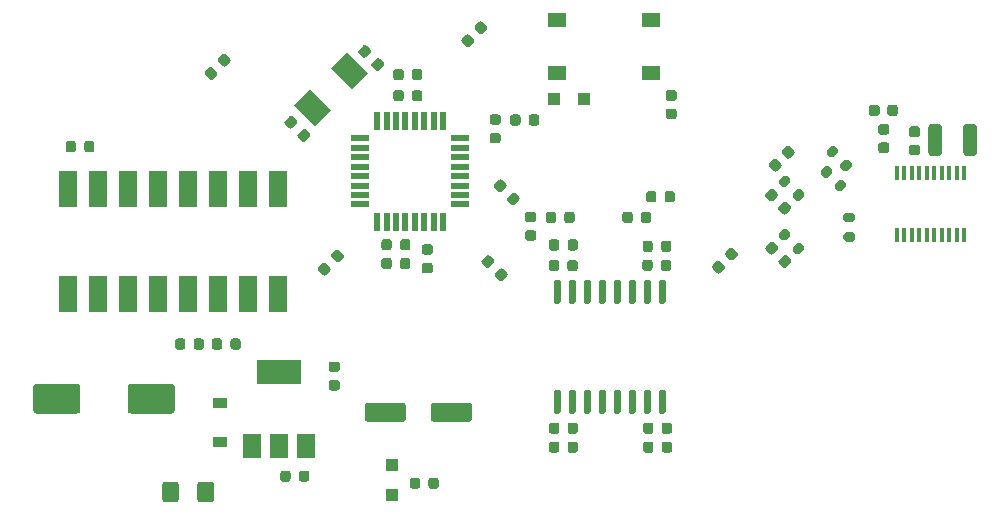
<source format=gbr>
%TF.GenerationSoftware,KiCad,Pcbnew,5.1.9+dfsg1-1~bpo10+1*%
%TF.CreationDate,2021-03-08T15:45:51+01:00*%
%TF.ProjectId,firefly,66697265-666c-4792-9e6b-696361645f70,rev?*%
%TF.SameCoordinates,Original*%
%TF.FileFunction,Paste,Top*%
%TF.FilePolarity,Positive*%
%FSLAX46Y46*%
G04 Gerber Fmt 4.6, Leading zero omitted, Abs format (unit mm)*
G04 Created by KiCad (PCBNEW 5.1.9+dfsg1-1~bpo10+1) date 2021-03-08 15:45:51*
%MOMM*%
%LPD*%
G01*
G04 APERTURE LIST*
%ADD10R,1.550000X1.300000*%
%ADD11R,1.200000X0.900000*%
%ADD12R,1.600000X3.100000*%
%ADD13R,0.550000X1.600000*%
%ADD14R,1.600000X0.550000*%
%ADD15R,1.000000X1.000000*%
%ADD16C,0.100000*%
%ADD17R,0.400000X1.200000*%
%ADD18R,3.800000X2.000000*%
%ADD19R,1.500000X2.000000*%
G04 APERTURE END LIST*
%TO.C,C109*%
G36*
G01*
X159755000Y-100143750D02*
X159755000Y-100656250D01*
G75*
G02*
X159536250Y-100875000I-218750J0D01*
G01*
X159098750Y-100875000D01*
G75*
G02*
X158880000Y-100656250I0J218750D01*
G01*
X158880000Y-100143750D01*
G75*
G02*
X159098750Y-99925000I218750J0D01*
G01*
X159536250Y-99925000D01*
G75*
G02*
X159755000Y-100143750I0J-218750D01*
G01*
G37*
G36*
G01*
X161330000Y-100143750D02*
X161330000Y-100656250D01*
G75*
G02*
X161111250Y-100875000I-218750J0D01*
G01*
X160673750Y-100875000D01*
G75*
G02*
X160455000Y-100656250I0J218750D01*
G01*
X160455000Y-100143750D01*
G75*
G02*
X160673750Y-99925000I218750J0D01*
G01*
X161111250Y-99925000D01*
G75*
G02*
X161330000Y-100143750I0J-218750D01*
G01*
G37*
%TD*%
%TO.C,C121*%
G36*
G01*
X195854190Y-83199643D02*
X195491797Y-82837250D01*
G75*
G02*
X195491797Y-82527890I154680J154680D01*
G01*
X195801156Y-82218531D01*
G75*
G02*
X196110516Y-82218531I154680J-154680D01*
G01*
X196472909Y-82580924D01*
G75*
G02*
X196472909Y-82890284I-154680J-154680D01*
G01*
X196163550Y-83199643D01*
G75*
G02*
X195854190Y-83199643I-154680J154680D01*
G01*
G37*
G36*
G01*
X196967884Y-82085949D02*
X196605491Y-81723556D01*
G75*
G02*
X196605491Y-81414196I154680J154680D01*
G01*
X196914850Y-81104837D01*
G75*
G02*
X197224210Y-81104837I154680J-154680D01*
G01*
X197586603Y-81467230D01*
G75*
G02*
X197586603Y-81776590I-154680J-154680D01*
G01*
X197277244Y-82085949D01*
G75*
G02*
X196967884Y-82085949I-154680J154680D01*
G01*
G37*
%TD*%
%TO.C,C123*%
G36*
G01*
X162482343Y-83364650D02*
X162119950Y-83002257D01*
G75*
G02*
X162119950Y-82692897I154680J154680D01*
G01*
X162429309Y-82383538D01*
G75*
G02*
X162738669Y-82383538I154680J-154680D01*
G01*
X163101062Y-82745931D01*
G75*
G02*
X163101062Y-83055291I-154680J-154680D01*
G01*
X162791703Y-83364650D01*
G75*
G02*
X162482343Y-83364650I-154680J154680D01*
G01*
G37*
G36*
G01*
X163596037Y-82250956D02*
X163233644Y-81888563D01*
G75*
G02*
X163233644Y-81579203I154680J154680D01*
G01*
X163543003Y-81269844D01*
G75*
G02*
X163852363Y-81269844I154680J-154680D01*
G01*
X164214756Y-81632237D01*
G75*
G02*
X164214756Y-81941597I-154680J-154680D01*
G01*
X163905397Y-82250956D01*
G75*
G02*
X163596037Y-82250956I-154680J154680D01*
G01*
G37*
%TD*%
D10*
%TO.C,SW102*%
X182345000Y-66250000D03*
X182345000Y-61750000D03*
X190305000Y-61750000D03*
X190305000Y-66250000D03*
%TD*%
%TO.C,R2*%
G36*
G01*
X190725000Y-76493750D02*
X190725000Y-77006250D01*
G75*
G02*
X190506250Y-77225000I-218750J0D01*
G01*
X190068750Y-77225000D01*
G75*
G02*
X189850000Y-77006250I0J218750D01*
G01*
X189850000Y-76493750D01*
G75*
G02*
X190068750Y-76275000I218750J0D01*
G01*
X190506250Y-76275000D01*
G75*
G02*
X190725000Y-76493750I0J-218750D01*
G01*
G37*
G36*
G01*
X192300000Y-76493750D02*
X192300000Y-77006250D01*
G75*
G02*
X192081250Y-77225000I-218750J0D01*
G01*
X191643750Y-77225000D01*
G75*
G02*
X191425000Y-77006250I0J218750D01*
G01*
X191425000Y-76493750D01*
G75*
G02*
X191643750Y-76275000I218750J0D01*
G01*
X192081250Y-76275000D01*
G75*
G02*
X192300000Y-76493750I0J-218750D01*
G01*
G37*
%TD*%
%TO.C,C107*%
G36*
G01*
X166641291Y-65428684D02*
X167003684Y-65066291D01*
G75*
G02*
X167313044Y-65066291I154680J-154680D01*
G01*
X167622403Y-65375650D01*
G75*
G02*
X167622403Y-65685010I-154680J-154680D01*
G01*
X167260010Y-66047403D01*
G75*
G02*
X166950650Y-66047403I-154680J154680D01*
G01*
X166641291Y-65738044D01*
G75*
G02*
X166641291Y-65428684I154680J154680D01*
G01*
G37*
G36*
G01*
X165527597Y-64314990D02*
X165889990Y-63952597D01*
G75*
G02*
X166199350Y-63952597I154680J-154680D01*
G01*
X166508709Y-64261956D01*
G75*
G02*
X166508709Y-64571316I-154680J-154680D01*
G01*
X166146316Y-64933709D01*
G75*
G02*
X165836956Y-64933709I-154680J154680D01*
G01*
X165527597Y-64624350D01*
G75*
G02*
X165527597Y-64314990I154680J154680D01*
G01*
G37*
%TD*%
%TO.C,Cvin1*%
G36*
G01*
X137955000Y-94850000D02*
X137955000Y-92850000D01*
G75*
G02*
X138205000Y-92600000I250000J0D01*
G01*
X141705000Y-92600000D01*
G75*
G02*
X141955000Y-92850000I0J-250000D01*
G01*
X141955000Y-94850000D01*
G75*
G02*
X141705000Y-95100000I-250000J0D01*
G01*
X138205000Y-95100000D01*
G75*
G02*
X137955000Y-94850000I0J250000D01*
G01*
G37*
G36*
G01*
X145955000Y-94850000D02*
X145955000Y-92850000D01*
G75*
G02*
X146205000Y-92600000I250000J0D01*
G01*
X149705000Y-92600000D01*
G75*
G02*
X149955000Y-92850000I0J-250000D01*
G01*
X149955000Y-94850000D01*
G75*
G02*
X149705000Y-95100000I-250000J0D01*
G01*
X146205000Y-95100000D01*
G75*
G02*
X145955000Y-94850000I0J250000D01*
G01*
G37*
%TD*%
%TO.C,C102*%
G36*
G01*
X167450000Y-81056250D02*
X167450000Y-80543750D01*
G75*
G02*
X167668750Y-80325000I218750J0D01*
G01*
X168106250Y-80325000D01*
G75*
G02*
X168325000Y-80543750I0J-218750D01*
G01*
X168325000Y-81056250D01*
G75*
G02*
X168106250Y-81275000I-218750J0D01*
G01*
X167668750Y-81275000D01*
G75*
G02*
X167450000Y-81056250I0J218750D01*
G01*
G37*
G36*
G01*
X169025000Y-81056250D02*
X169025000Y-80543750D01*
G75*
G02*
X169243750Y-80325000I218750J0D01*
G01*
X169681250Y-80325000D01*
G75*
G02*
X169900000Y-80543750I0J-218750D01*
G01*
X169900000Y-81056250D01*
G75*
G02*
X169681250Y-81275000I-218750J0D01*
G01*
X169243750Y-81275000D01*
G75*
G02*
X169025000Y-81056250I0J218750D01*
G01*
G37*
%TD*%
%TO.C,C103*%
G36*
G01*
X169325000Y-67943750D02*
X169325000Y-68456250D01*
G75*
G02*
X169106250Y-68675000I-218750J0D01*
G01*
X168668750Y-68675000D01*
G75*
G02*
X168450000Y-68456250I0J218750D01*
G01*
X168450000Y-67943750D01*
G75*
G02*
X168668750Y-67725000I218750J0D01*
G01*
X169106250Y-67725000D01*
G75*
G02*
X169325000Y-67943750I0J-218750D01*
G01*
G37*
G36*
G01*
X170900000Y-67943750D02*
X170900000Y-68456250D01*
G75*
G02*
X170681250Y-68675000I-218750J0D01*
G01*
X170243750Y-68675000D01*
G75*
G02*
X170025000Y-68456250I0J218750D01*
G01*
X170025000Y-67943750D01*
G75*
G02*
X170243750Y-67725000I218750J0D01*
G01*
X170681250Y-67725000D01*
G75*
G02*
X170900000Y-67943750I0J-218750D01*
G01*
G37*
%TD*%
%TO.C,C104*%
G36*
G01*
X167450000Y-82656250D02*
X167450000Y-82143750D01*
G75*
G02*
X167668750Y-81925000I218750J0D01*
G01*
X168106250Y-81925000D01*
G75*
G02*
X168325000Y-82143750I0J-218750D01*
G01*
X168325000Y-82656250D01*
G75*
G02*
X168106250Y-82875000I-218750J0D01*
G01*
X167668750Y-82875000D01*
G75*
G02*
X167450000Y-82656250I0J218750D01*
G01*
G37*
G36*
G01*
X169025000Y-82656250D02*
X169025000Y-82143750D01*
G75*
G02*
X169243750Y-81925000I218750J0D01*
G01*
X169681250Y-81925000D01*
G75*
G02*
X169900000Y-82143750I0J-218750D01*
G01*
X169900000Y-82656250D01*
G75*
G02*
X169681250Y-82875000I-218750J0D01*
G01*
X169243750Y-82875000D01*
G75*
G02*
X169025000Y-82656250I0J218750D01*
G01*
G37*
%TD*%
%TO.C,C105*%
G36*
G01*
X169325000Y-66143750D02*
X169325000Y-66656250D01*
G75*
G02*
X169106250Y-66875000I-218750J0D01*
G01*
X168668750Y-66875000D01*
G75*
G02*
X168450000Y-66656250I0J218750D01*
G01*
X168450000Y-66143750D01*
G75*
G02*
X168668750Y-65925000I218750J0D01*
G01*
X169106250Y-65925000D01*
G75*
G02*
X169325000Y-66143750I0J-218750D01*
G01*
G37*
G36*
G01*
X170900000Y-66143750D02*
X170900000Y-66656250D01*
G75*
G02*
X170681250Y-66875000I-218750J0D01*
G01*
X170243750Y-66875000D01*
G75*
G02*
X170025000Y-66656250I0J218750D01*
G01*
X170025000Y-66143750D01*
G75*
G02*
X170243750Y-65925000I218750J0D01*
G01*
X170681250Y-65925000D01*
G75*
G02*
X170900000Y-66143750I0J-218750D01*
G01*
G37*
%TD*%
%TO.C,C106*%
G36*
G01*
X159277597Y-70314990D02*
X159639990Y-69952597D01*
G75*
G02*
X159949350Y-69952597I154680J-154680D01*
G01*
X160258709Y-70261956D01*
G75*
G02*
X160258709Y-70571316I-154680J-154680D01*
G01*
X159896316Y-70933709D01*
G75*
G02*
X159586956Y-70933709I-154680J154680D01*
G01*
X159277597Y-70624350D01*
G75*
G02*
X159277597Y-70314990I154680J154680D01*
G01*
G37*
G36*
G01*
X160391291Y-71428684D02*
X160753684Y-71066291D01*
G75*
G02*
X161063044Y-71066291I154680J-154680D01*
G01*
X161372403Y-71375650D01*
G75*
G02*
X161372403Y-71685010I-154680J-154680D01*
G01*
X161010010Y-72047403D01*
G75*
G02*
X160700650Y-72047403I-154680J154680D01*
G01*
X160391291Y-71738044D01*
G75*
G02*
X160391291Y-71428684I154680J154680D01*
G01*
G37*
%TD*%
%TO.C,C108*%
G36*
G01*
X171068750Y-82350000D02*
X171581250Y-82350000D01*
G75*
G02*
X171800000Y-82568750I0J-218750D01*
G01*
X171800000Y-83006250D01*
G75*
G02*
X171581250Y-83225000I-218750J0D01*
G01*
X171068750Y-83225000D01*
G75*
G02*
X170850000Y-83006250I0J218750D01*
G01*
X170850000Y-82568750D01*
G75*
G02*
X171068750Y-82350000I218750J0D01*
G01*
G37*
G36*
G01*
X171068750Y-80775000D02*
X171581250Y-80775000D01*
G75*
G02*
X171800000Y-80993750I0J-218750D01*
G01*
X171800000Y-81431250D01*
G75*
G02*
X171581250Y-81650000I-218750J0D01*
G01*
X171068750Y-81650000D01*
G75*
G02*
X170850000Y-81431250I0J218750D01*
G01*
X170850000Y-80993750D01*
G75*
G02*
X171068750Y-80775000I218750J0D01*
G01*
G37*
%TD*%
%TO.C,C110*%
G36*
G01*
X163188750Y-90705000D02*
X163701250Y-90705000D01*
G75*
G02*
X163920000Y-90923750I0J-218750D01*
G01*
X163920000Y-91361250D01*
G75*
G02*
X163701250Y-91580000I-218750J0D01*
G01*
X163188750Y-91580000D01*
G75*
G02*
X162970000Y-91361250I0J218750D01*
G01*
X162970000Y-90923750D01*
G75*
G02*
X163188750Y-90705000I218750J0D01*
G01*
G37*
G36*
G01*
X163188750Y-92280000D02*
X163701250Y-92280000D01*
G75*
G02*
X163920000Y-92498750I0J-218750D01*
G01*
X163920000Y-92936250D01*
G75*
G02*
X163701250Y-93155000I-218750J0D01*
G01*
X163188750Y-93155000D01*
G75*
G02*
X162970000Y-92936250I0J218750D01*
G01*
X162970000Y-92498750D01*
G75*
G02*
X163188750Y-92280000I218750J0D01*
G01*
G37*
%TD*%
%TO.C,C111*%
G36*
G01*
X184050000Y-82318750D02*
X184050000Y-82831250D01*
G75*
G02*
X183831250Y-83050000I-218750J0D01*
G01*
X183393750Y-83050000D01*
G75*
G02*
X183175000Y-82831250I0J218750D01*
G01*
X183175000Y-82318750D01*
G75*
G02*
X183393750Y-82100000I218750J0D01*
G01*
X183831250Y-82100000D01*
G75*
G02*
X184050000Y-82318750I0J-218750D01*
G01*
G37*
G36*
G01*
X182475000Y-82318750D02*
X182475000Y-82831250D01*
G75*
G02*
X182256250Y-83050000I-218750J0D01*
G01*
X181818750Y-83050000D01*
G75*
G02*
X181600000Y-82831250I0J218750D01*
G01*
X181600000Y-82318750D01*
G75*
G02*
X181818750Y-82100000I218750J0D01*
G01*
X182256250Y-82100000D01*
G75*
G02*
X182475000Y-82318750I0J-218750D01*
G01*
G37*
%TD*%
%TO.C,C112*%
G36*
G01*
X190400000Y-82293750D02*
X190400000Y-82806250D01*
G75*
G02*
X190181250Y-83025000I-218750J0D01*
G01*
X189743750Y-83025000D01*
G75*
G02*
X189525000Y-82806250I0J218750D01*
G01*
X189525000Y-82293750D01*
G75*
G02*
X189743750Y-82075000I218750J0D01*
G01*
X190181250Y-82075000D01*
G75*
G02*
X190400000Y-82293750I0J-218750D01*
G01*
G37*
G36*
G01*
X191975000Y-82293750D02*
X191975000Y-82806250D01*
G75*
G02*
X191756250Y-83025000I-218750J0D01*
G01*
X191318750Y-83025000D01*
G75*
G02*
X191100000Y-82806250I0J218750D01*
G01*
X191100000Y-82293750D01*
G75*
G02*
X191318750Y-82075000I218750J0D01*
G01*
X191756250Y-82075000D01*
G75*
G02*
X191975000Y-82293750I0J-218750D01*
G01*
G37*
%TD*%
%TO.C,C113*%
G36*
G01*
X181625000Y-81081250D02*
X181625000Y-80568750D01*
G75*
G02*
X181843750Y-80350000I218750J0D01*
G01*
X182281250Y-80350000D01*
G75*
G02*
X182500000Y-80568750I0J-218750D01*
G01*
X182500000Y-81081250D01*
G75*
G02*
X182281250Y-81300000I-218750J0D01*
G01*
X181843750Y-81300000D01*
G75*
G02*
X181625000Y-81081250I0J218750D01*
G01*
G37*
G36*
G01*
X183200000Y-81081250D02*
X183200000Y-80568750D01*
G75*
G02*
X183418750Y-80350000I218750J0D01*
G01*
X183856250Y-80350000D01*
G75*
G02*
X184075000Y-80568750I0J-218750D01*
G01*
X184075000Y-81081250D01*
G75*
G02*
X183856250Y-81300000I-218750J0D01*
G01*
X183418750Y-81300000D01*
G75*
G02*
X183200000Y-81081250I0J218750D01*
G01*
G37*
%TD*%
%TO.C,C114*%
G36*
G01*
X189550000Y-81206250D02*
X189550000Y-80693750D01*
G75*
G02*
X189768750Y-80475000I218750J0D01*
G01*
X190206250Y-80475000D01*
G75*
G02*
X190425000Y-80693750I0J-218750D01*
G01*
X190425000Y-81206250D01*
G75*
G02*
X190206250Y-81425000I-218750J0D01*
G01*
X189768750Y-81425000D01*
G75*
G02*
X189550000Y-81206250I0J218750D01*
G01*
G37*
G36*
G01*
X191125000Y-81206250D02*
X191125000Y-80693750D01*
G75*
G02*
X191343750Y-80475000I218750J0D01*
G01*
X191781250Y-80475000D01*
G75*
G02*
X192000000Y-80693750I0J-218750D01*
G01*
X192000000Y-81206250D01*
G75*
G02*
X191781250Y-81425000I-218750J0D01*
G01*
X191343750Y-81425000D01*
G75*
G02*
X191125000Y-81206250I0J218750D01*
G01*
G37*
%TD*%
%TO.C,C115*%
G36*
G01*
X189600000Y-96606250D02*
X189600000Y-96093750D01*
G75*
G02*
X189818750Y-95875000I218750J0D01*
G01*
X190256250Y-95875000D01*
G75*
G02*
X190475000Y-96093750I0J-218750D01*
G01*
X190475000Y-96606250D01*
G75*
G02*
X190256250Y-96825000I-218750J0D01*
G01*
X189818750Y-96825000D01*
G75*
G02*
X189600000Y-96606250I0J218750D01*
G01*
G37*
G36*
G01*
X191175000Y-96606250D02*
X191175000Y-96093750D01*
G75*
G02*
X191393750Y-95875000I218750J0D01*
G01*
X191831250Y-95875000D01*
G75*
G02*
X192050000Y-96093750I0J-218750D01*
G01*
X192050000Y-96606250D01*
G75*
G02*
X191831250Y-96825000I-218750J0D01*
G01*
X191393750Y-96825000D01*
G75*
G02*
X191175000Y-96606250I0J218750D01*
G01*
G37*
%TD*%
%TO.C,C116*%
G36*
G01*
X181625000Y-96606250D02*
X181625000Y-96093750D01*
G75*
G02*
X181843750Y-95875000I218750J0D01*
G01*
X182281250Y-95875000D01*
G75*
G02*
X182500000Y-96093750I0J-218750D01*
G01*
X182500000Y-96606250D01*
G75*
G02*
X182281250Y-96825000I-218750J0D01*
G01*
X181843750Y-96825000D01*
G75*
G02*
X181625000Y-96606250I0J218750D01*
G01*
G37*
G36*
G01*
X183200000Y-96606250D02*
X183200000Y-96093750D01*
G75*
G02*
X183418750Y-95875000I218750J0D01*
G01*
X183856250Y-95875000D01*
G75*
G02*
X184075000Y-96093750I0J-218750D01*
G01*
X184075000Y-96606250D01*
G75*
G02*
X183856250Y-96825000I-218750J0D01*
G01*
X183418750Y-96825000D01*
G75*
G02*
X183200000Y-96606250I0J218750D01*
G01*
G37*
%TD*%
%TO.C,C117*%
G36*
G01*
X191175000Y-98206250D02*
X191175000Y-97693750D01*
G75*
G02*
X191393750Y-97475000I218750J0D01*
G01*
X191831250Y-97475000D01*
G75*
G02*
X192050000Y-97693750I0J-218750D01*
G01*
X192050000Y-98206250D01*
G75*
G02*
X191831250Y-98425000I-218750J0D01*
G01*
X191393750Y-98425000D01*
G75*
G02*
X191175000Y-98206250I0J218750D01*
G01*
G37*
G36*
G01*
X189600000Y-98206250D02*
X189600000Y-97693750D01*
G75*
G02*
X189818750Y-97475000I218750J0D01*
G01*
X190256250Y-97475000D01*
G75*
G02*
X190475000Y-97693750I0J-218750D01*
G01*
X190475000Y-98206250D01*
G75*
G02*
X190256250Y-98425000I-218750J0D01*
G01*
X189818750Y-98425000D01*
G75*
G02*
X189600000Y-98206250I0J218750D01*
G01*
G37*
%TD*%
%TO.C,C118*%
G36*
G01*
X183200000Y-98206250D02*
X183200000Y-97693750D01*
G75*
G02*
X183418750Y-97475000I218750J0D01*
G01*
X183856250Y-97475000D01*
G75*
G02*
X184075000Y-97693750I0J-218750D01*
G01*
X184075000Y-98206250D01*
G75*
G02*
X183856250Y-98425000I-218750J0D01*
G01*
X183418750Y-98425000D01*
G75*
G02*
X183200000Y-98206250I0J218750D01*
G01*
G37*
G36*
G01*
X181625000Y-98206250D02*
X181625000Y-97693750D01*
G75*
G02*
X181843750Y-97475000I218750J0D01*
G01*
X182281250Y-97475000D01*
G75*
G02*
X182500000Y-97693750I0J-218750D01*
G01*
X182500000Y-98206250D01*
G75*
G02*
X182281250Y-98425000I-218750J0D01*
G01*
X181843750Y-98425000D01*
G75*
G02*
X181625000Y-98206250I0J218750D01*
G01*
G37*
%TD*%
D11*
%TO.C,D102*%
X153755000Y-97520000D03*
X153755000Y-94220000D03*
%TD*%
%TO.C,D103*%
G36*
G01*
X154655000Y-89476250D02*
X154655000Y-88963750D01*
G75*
G02*
X154873750Y-88745000I218750J0D01*
G01*
X155311250Y-88745000D01*
G75*
G02*
X155530000Y-88963750I0J-218750D01*
G01*
X155530000Y-89476250D01*
G75*
G02*
X155311250Y-89695000I-218750J0D01*
G01*
X154873750Y-89695000D01*
G75*
G02*
X154655000Y-89476250I0J218750D01*
G01*
G37*
G36*
G01*
X153080000Y-89476250D02*
X153080000Y-88963750D01*
G75*
G02*
X153298750Y-88745000I218750J0D01*
G01*
X153736250Y-88745000D01*
G75*
G02*
X153955000Y-88963750I0J-218750D01*
G01*
X153955000Y-89476250D01*
G75*
G02*
X153736250Y-89695000I-218750J0D01*
G01*
X153298750Y-89695000D01*
G75*
G02*
X153080000Y-89476250I0J218750D01*
G01*
G37*
%TD*%
%TO.C,R101*%
G36*
G01*
X178111139Y-76815080D02*
X178473532Y-76452687D01*
G75*
G02*
X178782892Y-76452687I154680J-154680D01*
G01*
X179092251Y-76762046D01*
G75*
G02*
X179092251Y-77071406I-154680J-154680D01*
G01*
X178729858Y-77433799D01*
G75*
G02*
X178420498Y-77433799I-154680J154680D01*
G01*
X178111139Y-77124440D01*
G75*
G02*
X178111139Y-76815080I154680J154680D01*
G01*
G37*
G36*
G01*
X176997445Y-75701386D02*
X177359838Y-75338993D01*
G75*
G02*
X177669198Y-75338993I154680J-154680D01*
G01*
X177978557Y-75648352D01*
G75*
G02*
X177978557Y-75957712I-154680J-154680D01*
G01*
X177616164Y-76320105D01*
G75*
G02*
X177306804Y-76320105I-154680J154680D01*
G01*
X176997445Y-76010746D01*
G75*
G02*
X176997445Y-75701386I154680J154680D01*
G01*
G37*
%TD*%
%TO.C,R102*%
G36*
G01*
X143150000Y-72243750D02*
X143150000Y-72756250D01*
G75*
G02*
X142931250Y-72975000I-218750J0D01*
G01*
X142493750Y-72975000D01*
G75*
G02*
X142275000Y-72756250I0J218750D01*
G01*
X142275000Y-72243750D01*
G75*
G02*
X142493750Y-72025000I218750J0D01*
G01*
X142931250Y-72025000D01*
G75*
G02*
X143150000Y-72243750I0J-218750D01*
G01*
G37*
G36*
G01*
X141575000Y-72243750D02*
X141575000Y-72756250D01*
G75*
G02*
X141356250Y-72975000I-218750J0D01*
G01*
X140918750Y-72975000D01*
G75*
G02*
X140700000Y-72756250I0J218750D01*
G01*
X140700000Y-72243750D01*
G75*
G02*
X140918750Y-72025000I218750J0D01*
G01*
X141356250Y-72025000D01*
G75*
G02*
X141575000Y-72243750I0J-218750D01*
G01*
G37*
%TD*%
%TO.C,R104*%
G36*
G01*
X151545000Y-89476250D02*
X151545000Y-88963750D01*
G75*
G02*
X151763750Y-88745000I218750J0D01*
G01*
X152201250Y-88745000D01*
G75*
G02*
X152420000Y-88963750I0J-218750D01*
G01*
X152420000Y-89476250D01*
G75*
G02*
X152201250Y-89695000I-218750J0D01*
G01*
X151763750Y-89695000D01*
G75*
G02*
X151545000Y-89476250I0J218750D01*
G01*
G37*
G36*
G01*
X149970000Y-89476250D02*
X149970000Y-88963750D01*
G75*
G02*
X150188750Y-88745000I218750J0D01*
G01*
X150626250Y-88745000D01*
G75*
G02*
X150845000Y-88963750I0J-218750D01*
G01*
X150845000Y-89476250D01*
G75*
G02*
X150626250Y-89695000I-218750J0D01*
G01*
X150188750Y-89695000D01*
G75*
G02*
X149970000Y-89476250I0J218750D01*
G01*
G37*
%TD*%
%TO.C,Radd1*%
G36*
G01*
X169850000Y-101256250D02*
X169850000Y-100743750D01*
G75*
G02*
X170068750Y-100525000I218750J0D01*
G01*
X170506250Y-100525000D01*
G75*
G02*
X170725000Y-100743750I0J-218750D01*
G01*
X170725000Y-101256250D01*
G75*
G02*
X170506250Y-101475000I-218750J0D01*
G01*
X170068750Y-101475000D01*
G75*
G02*
X169850000Y-101256250I0J218750D01*
G01*
G37*
G36*
G01*
X171425000Y-101256250D02*
X171425000Y-100743750D01*
G75*
G02*
X171643750Y-100525000I218750J0D01*
G01*
X172081250Y-100525000D01*
G75*
G02*
X172300000Y-100743750I0J-218750D01*
G01*
X172300000Y-101256250D01*
G75*
G02*
X172081250Y-101475000I-218750J0D01*
G01*
X171643750Y-101475000D01*
G75*
G02*
X171425000Y-101256250I0J218750D01*
G01*
G37*
%TD*%
D12*
%TO.C,SW101*%
X140935000Y-84945000D03*
X158715000Y-76055000D03*
X143475000Y-84945000D03*
X156175000Y-76055000D03*
X146015000Y-84945000D03*
X153635000Y-76055000D03*
X148555000Y-84945000D03*
X151095000Y-76055000D03*
X151095000Y-84945000D03*
X148555000Y-76055000D03*
X153635000Y-84945000D03*
X146015000Y-76055000D03*
X156175000Y-84945000D03*
X143475000Y-76055000D03*
X158715000Y-84945000D03*
X140935000Y-76055000D03*
%TD*%
D13*
%TO.C,U101*%
X172675000Y-70350000D03*
X171875000Y-70350000D03*
X171075000Y-70350000D03*
X170275000Y-70350000D03*
X169475000Y-70350000D03*
X168675000Y-70350000D03*
X167875000Y-70350000D03*
X167075000Y-70350000D03*
D14*
X165625000Y-71800000D03*
X165625000Y-72600000D03*
X165625000Y-73400000D03*
X165625000Y-74200000D03*
X165625000Y-75000000D03*
X165625000Y-75800000D03*
X165625000Y-76600000D03*
X165625000Y-77400000D03*
D13*
X167075000Y-78850000D03*
X167875000Y-78850000D03*
X168675000Y-78850000D03*
X169475000Y-78850000D03*
X170275000Y-78850000D03*
X171075000Y-78850000D03*
X171875000Y-78850000D03*
X172675000Y-78850000D03*
D14*
X174125000Y-77400000D03*
X174125000Y-76600000D03*
X174125000Y-75800000D03*
X174125000Y-75000000D03*
X174125000Y-74200000D03*
X174125000Y-73400000D03*
X174125000Y-72600000D03*
X174125000Y-71800000D03*
%TD*%
%TO.C,U103*%
G36*
G01*
X191070000Y-83775000D02*
X191370000Y-83775000D01*
G75*
G02*
X191520000Y-83925000I0J-150000D01*
G01*
X191520000Y-85675000D01*
G75*
G02*
X191370000Y-85825000I-150000J0D01*
G01*
X191070000Y-85825000D01*
G75*
G02*
X190920000Y-85675000I0J150000D01*
G01*
X190920000Y-83925000D01*
G75*
G02*
X191070000Y-83775000I150000J0D01*
G01*
G37*
G36*
G01*
X189800000Y-83775000D02*
X190100000Y-83775000D01*
G75*
G02*
X190250000Y-83925000I0J-150000D01*
G01*
X190250000Y-85675000D01*
G75*
G02*
X190100000Y-85825000I-150000J0D01*
G01*
X189800000Y-85825000D01*
G75*
G02*
X189650000Y-85675000I0J150000D01*
G01*
X189650000Y-83925000D01*
G75*
G02*
X189800000Y-83775000I150000J0D01*
G01*
G37*
G36*
G01*
X188530000Y-83775000D02*
X188830000Y-83775000D01*
G75*
G02*
X188980000Y-83925000I0J-150000D01*
G01*
X188980000Y-85675000D01*
G75*
G02*
X188830000Y-85825000I-150000J0D01*
G01*
X188530000Y-85825000D01*
G75*
G02*
X188380000Y-85675000I0J150000D01*
G01*
X188380000Y-83925000D01*
G75*
G02*
X188530000Y-83775000I150000J0D01*
G01*
G37*
G36*
G01*
X187260000Y-83775000D02*
X187560000Y-83775000D01*
G75*
G02*
X187710000Y-83925000I0J-150000D01*
G01*
X187710000Y-85675000D01*
G75*
G02*
X187560000Y-85825000I-150000J0D01*
G01*
X187260000Y-85825000D01*
G75*
G02*
X187110000Y-85675000I0J150000D01*
G01*
X187110000Y-83925000D01*
G75*
G02*
X187260000Y-83775000I150000J0D01*
G01*
G37*
G36*
G01*
X185990000Y-83775000D02*
X186290000Y-83775000D01*
G75*
G02*
X186440000Y-83925000I0J-150000D01*
G01*
X186440000Y-85675000D01*
G75*
G02*
X186290000Y-85825000I-150000J0D01*
G01*
X185990000Y-85825000D01*
G75*
G02*
X185840000Y-85675000I0J150000D01*
G01*
X185840000Y-83925000D01*
G75*
G02*
X185990000Y-83775000I150000J0D01*
G01*
G37*
G36*
G01*
X184720000Y-83775000D02*
X185020000Y-83775000D01*
G75*
G02*
X185170000Y-83925000I0J-150000D01*
G01*
X185170000Y-85675000D01*
G75*
G02*
X185020000Y-85825000I-150000J0D01*
G01*
X184720000Y-85825000D01*
G75*
G02*
X184570000Y-85675000I0J150000D01*
G01*
X184570000Y-83925000D01*
G75*
G02*
X184720000Y-83775000I150000J0D01*
G01*
G37*
G36*
G01*
X183450000Y-83775000D02*
X183750000Y-83775000D01*
G75*
G02*
X183900000Y-83925000I0J-150000D01*
G01*
X183900000Y-85675000D01*
G75*
G02*
X183750000Y-85825000I-150000J0D01*
G01*
X183450000Y-85825000D01*
G75*
G02*
X183300000Y-85675000I0J150000D01*
G01*
X183300000Y-83925000D01*
G75*
G02*
X183450000Y-83775000I150000J0D01*
G01*
G37*
G36*
G01*
X182180000Y-83775000D02*
X182480000Y-83775000D01*
G75*
G02*
X182630000Y-83925000I0J-150000D01*
G01*
X182630000Y-85675000D01*
G75*
G02*
X182480000Y-85825000I-150000J0D01*
G01*
X182180000Y-85825000D01*
G75*
G02*
X182030000Y-85675000I0J150000D01*
G01*
X182030000Y-83925000D01*
G75*
G02*
X182180000Y-83775000I150000J0D01*
G01*
G37*
G36*
G01*
X182180000Y-93075000D02*
X182480000Y-93075000D01*
G75*
G02*
X182630000Y-93225000I0J-150000D01*
G01*
X182630000Y-94975000D01*
G75*
G02*
X182480000Y-95125000I-150000J0D01*
G01*
X182180000Y-95125000D01*
G75*
G02*
X182030000Y-94975000I0J150000D01*
G01*
X182030000Y-93225000D01*
G75*
G02*
X182180000Y-93075000I150000J0D01*
G01*
G37*
G36*
G01*
X183450000Y-93075000D02*
X183750000Y-93075000D01*
G75*
G02*
X183900000Y-93225000I0J-150000D01*
G01*
X183900000Y-94975000D01*
G75*
G02*
X183750000Y-95125000I-150000J0D01*
G01*
X183450000Y-95125000D01*
G75*
G02*
X183300000Y-94975000I0J150000D01*
G01*
X183300000Y-93225000D01*
G75*
G02*
X183450000Y-93075000I150000J0D01*
G01*
G37*
G36*
G01*
X184720000Y-93075000D02*
X185020000Y-93075000D01*
G75*
G02*
X185170000Y-93225000I0J-150000D01*
G01*
X185170000Y-94975000D01*
G75*
G02*
X185020000Y-95125000I-150000J0D01*
G01*
X184720000Y-95125000D01*
G75*
G02*
X184570000Y-94975000I0J150000D01*
G01*
X184570000Y-93225000D01*
G75*
G02*
X184720000Y-93075000I150000J0D01*
G01*
G37*
G36*
G01*
X185990000Y-93075000D02*
X186290000Y-93075000D01*
G75*
G02*
X186440000Y-93225000I0J-150000D01*
G01*
X186440000Y-94975000D01*
G75*
G02*
X186290000Y-95125000I-150000J0D01*
G01*
X185990000Y-95125000D01*
G75*
G02*
X185840000Y-94975000I0J150000D01*
G01*
X185840000Y-93225000D01*
G75*
G02*
X185990000Y-93075000I150000J0D01*
G01*
G37*
G36*
G01*
X187260000Y-93075000D02*
X187560000Y-93075000D01*
G75*
G02*
X187710000Y-93225000I0J-150000D01*
G01*
X187710000Y-94975000D01*
G75*
G02*
X187560000Y-95125000I-150000J0D01*
G01*
X187260000Y-95125000D01*
G75*
G02*
X187110000Y-94975000I0J150000D01*
G01*
X187110000Y-93225000D01*
G75*
G02*
X187260000Y-93075000I150000J0D01*
G01*
G37*
G36*
G01*
X188530000Y-93075000D02*
X188830000Y-93075000D01*
G75*
G02*
X188980000Y-93225000I0J-150000D01*
G01*
X188980000Y-94975000D01*
G75*
G02*
X188830000Y-95125000I-150000J0D01*
G01*
X188530000Y-95125000D01*
G75*
G02*
X188380000Y-94975000I0J150000D01*
G01*
X188380000Y-93225000D01*
G75*
G02*
X188530000Y-93075000I150000J0D01*
G01*
G37*
G36*
G01*
X189800000Y-93075000D02*
X190100000Y-93075000D01*
G75*
G02*
X190250000Y-93225000I0J-150000D01*
G01*
X190250000Y-94975000D01*
G75*
G02*
X190100000Y-95125000I-150000J0D01*
G01*
X189800000Y-95125000D01*
G75*
G02*
X189650000Y-94975000I0J150000D01*
G01*
X189650000Y-93225000D01*
G75*
G02*
X189800000Y-93075000I150000J0D01*
G01*
G37*
G36*
G01*
X191070000Y-93075000D02*
X191370000Y-93075000D01*
G75*
G02*
X191520000Y-93225000I0J-150000D01*
G01*
X191520000Y-94975000D01*
G75*
G02*
X191370000Y-95125000I-150000J0D01*
G01*
X191070000Y-95125000D01*
G75*
G02*
X190920000Y-94975000I0J150000D01*
G01*
X190920000Y-93225000D01*
G75*
G02*
X191070000Y-93075000I150000J0D01*
G01*
G37*
%TD*%
%TO.C,F1*%
G36*
G01*
X153275000Y-101125000D02*
X153275000Y-102375000D01*
G75*
G02*
X153025000Y-102625000I-250000J0D01*
G01*
X152100000Y-102625000D01*
G75*
G02*
X151850000Y-102375000I0J250000D01*
G01*
X151850000Y-101125000D01*
G75*
G02*
X152100000Y-100875000I250000J0D01*
G01*
X153025000Y-100875000D01*
G75*
G02*
X153275000Y-101125000I0J-250000D01*
G01*
G37*
G36*
G01*
X150300000Y-101125000D02*
X150300000Y-102375000D01*
G75*
G02*
X150050000Y-102625000I-250000J0D01*
G01*
X149125000Y-102625000D01*
G75*
G02*
X148875000Y-102375000I0J250000D01*
G01*
X148875000Y-101125000D01*
G75*
G02*
X149125000Y-100875000I250000J0D01*
G01*
X150050000Y-100875000D01*
G75*
G02*
X150300000Y-101125000I0J-250000D01*
G01*
G37*
%TD*%
D15*
%TO.C,ESD1*%
X168325000Y-102000000D03*
X168325000Y-99500000D03*
%TD*%
%TO.C,C101*%
G36*
G01*
X166025000Y-95550000D02*
X166025000Y-94450000D01*
G75*
G02*
X166275000Y-94200000I250000J0D01*
G01*
X169275000Y-94200000D01*
G75*
G02*
X169525000Y-94450000I0J-250000D01*
G01*
X169525000Y-95550000D01*
G75*
G02*
X169275000Y-95800000I-250000J0D01*
G01*
X166275000Y-95800000D01*
G75*
G02*
X166025000Y-95550000I0J250000D01*
G01*
G37*
G36*
G01*
X171625000Y-95550000D02*
X171625000Y-94450000D01*
G75*
G02*
X171875000Y-94200000I250000J0D01*
G01*
X174875000Y-94200000D01*
G75*
G02*
X175125000Y-94450000I0J-250000D01*
G01*
X175125000Y-95550000D01*
G75*
G02*
X174875000Y-95800000I-250000J0D01*
G01*
X171875000Y-95800000D01*
G75*
G02*
X171625000Y-95550000I0J250000D01*
G01*
G37*
%TD*%
%TO.C,C119*%
G36*
G01*
X154260010Y-64702597D02*
X154622403Y-65064990D01*
G75*
G02*
X154622403Y-65374350I-154680J-154680D01*
G01*
X154313044Y-65683709D01*
G75*
G02*
X154003684Y-65683709I-154680J154680D01*
G01*
X153641291Y-65321316D01*
G75*
G02*
X153641291Y-65011956I154680J154680D01*
G01*
X153950650Y-64702597D01*
G75*
G02*
X154260010Y-64702597I154680J-154680D01*
G01*
G37*
G36*
G01*
X153146316Y-65816291D02*
X153508709Y-66178684D01*
G75*
G02*
X153508709Y-66488044I-154680J-154680D01*
G01*
X153199350Y-66797403D01*
G75*
G02*
X152889990Y-66797403I-154680J154680D01*
G01*
X152527597Y-66435010D01*
G75*
G02*
X152527597Y-66125650I154680J154680D01*
G01*
X152836956Y-65816291D01*
G75*
G02*
X153146316Y-65816291I154680J-154680D01*
G01*
G37*
%TD*%
%TO.C,C120*%
G36*
G01*
X174896316Y-63066291D02*
X175258709Y-63428684D01*
G75*
G02*
X175258709Y-63738044I-154680J-154680D01*
G01*
X174949350Y-64047403D01*
G75*
G02*
X174639990Y-64047403I-154680J154680D01*
G01*
X174277597Y-63685010D01*
G75*
G02*
X174277597Y-63375650I154680J154680D01*
G01*
X174586956Y-63066291D01*
G75*
G02*
X174896316Y-63066291I154680J-154680D01*
G01*
G37*
G36*
G01*
X176010010Y-61952597D02*
X176372403Y-62314990D01*
G75*
G02*
X176372403Y-62624350I-154680J-154680D01*
G01*
X176063044Y-62933709D01*
G75*
G02*
X175753684Y-62933709I-154680J154680D01*
G01*
X175391291Y-62571316D01*
G75*
G02*
X175391291Y-62261956I154680J154680D01*
G01*
X175700650Y-61952597D01*
G75*
G02*
X176010010Y-61952597I154680J-154680D01*
G01*
G37*
%TD*%
%TO.C,C122*%
G36*
G01*
X176945889Y-82365896D02*
X176583496Y-82728289D01*
G75*
G02*
X176274136Y-82728289I-154680J154680D01*
G01*
X175964777Y-82418930D01*
G75*
G02*
X175964777Y-82109570I154680J154680D01*
G01*
X176327170Y-81747177D01*
G75*
G02*
X176636530Y-81747177I154680J-154680D01*
G01*
X176945889Y-82056536D01*
G75*
G02*
X176945889Y-82365896I-154680J-154680D01*
G01*
G37*
G36*
G01*
X178059583Y-83479590D02*
X177697190Y-83841983D01*
G75*
G02*
X177387830Y-83841983I-154680J154680D01*
G01*
X177078471Y-83532624D01*
G75*
G02*
X177078471Y-83223264I154680J154680D01*
G01*
X177440864Y-82860871D01*
G75*
G02*
X177750224Y-82860871I154680J-154680D01*
G01*
X178059583Y-83170230D01*
G75*
G02*
X178059583Y-83479590I-154680J-154680D01*
G01*
G37*
%TD*%
D16*
%TO.C,Y101*%
G36*
X161831497Y-70761270D02*
G01*
X160063730Y-68993503D01*
X161407233Y-67650000D01*
X163175000Y-69417767D01*
X161831497Y-70761270D01*
G37*
G36*
X164942767Y-67650000D02*
G01*
X163175000Y-65882233D01*
X164518503Y-64538730D01*
X166286270Y-66306497D01*
X164942767Y-67650000D01*
G37*
%TD*%
%TO.C,D104*%
G36*
G01*
X182925000Y-78756250D02*
X182925000Y-78243750D01*
G75*
G02*
X183143750Y-78025000I218750J0D01*
G01*
X183581250Y-78025000D01*
G75*
G02*
X183800000Y-78243750I0J-218750D01*
G01*
X183800000Y-78756250D01*
G75*
G02*
X183581250Y-78975000I-218750J0D01*
G01*
X183143750Y-78975000D01*
G75*
G02*
X182925000Y-78756250I0J218750D01*
G01*
G37*
G36*
G01*
X181350000Y-78756250D02*
X181350000Y-78243750D01*
G75*
G02*
X181568750Y-78025000I218750J0D01*
G01*
X182006250Y-78025000D01*
G75*
G02*
X182225000Y-78243750I0J-218750D01*
G01*
X182225000Y-78756250D01*
G75*
G02*
X182006250Y-78975000I-218750J0D01*
G01*
X181568750Y-78975000D01*
G75*
G02*
X181350000Y-78756250I0J218750D01*
G01*
G37*
%TD*%
%TO.C,D105*%
G36*
G01*
X190300000Y-78243750D02*
X190300000Y-78756250D01*
G75*
G02*
X190081250Y-78975000I-218750J0D01*
G01*
X189643750Y-78975000D01*
G75*
G02*
X189425000Y-78756250I0J218750D01*
G01*
X189425000Y-78243750D01*
G75*
G02*
X189643750Y-78025000I218750J0D01*
G01*
X190081250Y-78025000D01*
G75*
G02*
X190300000Y-78243750I0J-218750D01*
G01*
G37*
G36*
G01*
X188725000Y-78243750D02*
X188725000Y-78756250D01*
G75*
G02*
X188506250Y-78975000I-218750J0D01*
G01*
X188068750Y-78975000D01*
G75*
G02*
X187850000Y-78756250I0J218750D01*
G01*
X187850000Y-78243750D01*
G75*
G02*
X188068750Y-78025000I218750J0D01*
G01*
X188506250Y-78025000D01*
G75*
G02*
X188725000Y-78243750I0J-218750D01*
G01*
G37*
%TD*%
%TO.C,R1*%
G36*
G01*
X180331250Y-80475000D02*
X179818750Y-80475000D01*
G75*
G02*
X179600000Y-80256250I0J218750D01*
G01*
X179600000Y-79818750D01*
G75*
G02*
X179818750Y-79600000I218750J0D01*
G01*
X180331250Y-79600000D01*
G75*
G02*
X180550000Y-79818750I0J-218750D01*
G01*
X180550000Y-80256250D01*
G75*
G02*
X180331250Y-80475000I-218750J0D01*
G01*
G37*
G36*
G01*
X180331250Y-78900000D02*
X179818750Y-78900000D01*
G75*
G02*
X179600000Y-78681250I0J218750D01*
G01*
X179600000Y-78243750D01*
G75*
G02*
X179818750Y-78025000I218750J0D01*
G01*
X180331250Y-78025000D01*
G75*
G02*
X180550000Y-78243750I0J-218750D01*
G01*
X180550000Y-78681250D01*
G75*
G02*
X180331250Y-78900000I-218750J0D01*
G01*
G37*
%TD*%
%TO.C,C124*%
G36*
G01*
X177331250Y-72225000D02*
X176818750Y-72225000D01*
G75*
G02*
X176600000Y-72006250I0J218750D01*
G01*
X176600000Y-71568750D01*
G75*
G02*
X176818750Y-71350000I218750J0D01*
G01*
X177331250Y-71350000D01*
G75*
G02*
X177550000Y-71568750I0J-218750D01*
G01*
X177550000Y-72006250D01*
G75*
G02*
X177331250Y-72225000I-218750J0D01*
G01*
G37*
G36*
G01*
X177331250Y-70650000D02*
X176818750Y-70650000D01*
G75*
G02*
X176600000Y-70431250I0J218750D01*
G01*
X176600000Y-69993750D01*
G75*
G02*
X176818750Y-69775000I218750J0D01*
G01*
X177331250Y-69775000D01*
G75*
G02*
X177550000Y-69993750I0J-218750D01*
G01*
X177550000Y-70431250D01*
G75*
G02*
X177331250Y-70650000I-218750J0D01*
G01*
G37*
%TD*%
D15*
%TO.C,ESD2*%
X184575000Y-68500000D03*
X182075000Y-68500000D03*
%TD*%
%TO.C,R106*%
G36*
G01*
X178350000Y-70506250D02*
X178350000Y-69993750D01*
G75*
G02*
X178568750Y-69775000I218750J0D01*
G01*
X179006250Y-69775000D01*
G75*
G02*
X179225000Y-69993750I0J-218750D01*
G01*
X179225000Y-70506250D01*
G75*
G02*
X179006250Y-70725000I-218750J0D01*
G01*
X178568750Y-70725000D01*
G75*
G02*
X178350000Y-70506250I0J218750D01*
G01*
G37*
G36*
G01*
X179925000Y-70506250D02*
X179925000Y-69993750D01*
G75*
G02*
X180143750Y-69775000I218750J0D01*
G01*
X180581250Y-69775000D01*
G75*
G02*
X180800000Y-69993750I0J-218750D01*
G01*
X180800000Y-70506250D01*
G75*
G02*
X180581250Y-70725000I-218750J0D01*
G01*
X180143750Y-70725000D01*
G75*
G02*
X179925000Y-70506250I0J218750D01*
G01*
G37*
%TD*%
%TO.C,C201*%
G36*
G01*
X212824720Y-73242360D02*
X212324720Y-73242360D01*
G75*
G02*
X212099720Y-73017360I0J225000D01*
G01*
X212099720Y-72567360D01*
G75*
G02*
X212324720Y-72342360I225000J0D01*
G01*
X212824720Y-72342360D01*
G75*
G02*
X213049720Y-72567360I0J-225000D01*
G01*
X213049720Y-73017360D01*
G75*
G02*
X212824720Y-73242360I-225000J0D01*
G01*
G37*
G36*
G01*
X212824720Y-71692360D02*
X212324720Y-71692360D01*
G75*
G02*
X212099720Y-71467360I0J225000D01*
G01*
X212099720Y-71017360D01*
G75*
G02*
X212324720Y-70792360I225000J0D01*
G01*
X212824720Y-70792360D01*
G75*
G02*
X213049720Y-71017360I0J-225000D01*
G01*
X213049720Y-71467360D01*
G75*
G02*
X212824720Y-71692360I-225000J0D01*
G01*
G37*
%TD*%
%TO.C,C202*%
G36*
G01*
X213760680Y-73036081D02*
X213760680Y-70836079D01*
G75*
G02*
X214010679Y-70586080I249999J0D01*
G01*
X214660681Y-70586080D01*
G75*
G02*
X214910680Y-70836079I0J-249999D01*
G01*
X214910680Y-73036081D01*
G75*
G02*
X214660681Y-73286080I-249999J0D01*
G01*
X214010679Y-73286080D01*
G75*
G02*
X213760680Y-73036081I0J249999D01*
G01*
G37*
G36*
G01*
X216710680Y-73036081D02*
X216710680Y-70836079D01*
G75*
G02*
X216960679Y-70586080I249999J0D01*
G01*
X217610681Y-70586080D01*
G75*
G02*
X217860680Y-70836079I0J-249999D01*
G01*
X217860680Y-73036081D01*
G75*
G02*
X217610681Y-73286080I-249999J0D01*
G01*
X216960679Y-73286080D01*
G75*
G02*
X216710680Y-73036081I0J249999D01*
G01*
G37*
%TD*%
%TO.C,C203*%
G36*
G01*
X210270000Y-69690000D02*
X210270000Y-69190000D01*
G75*
G02*
X210495000Y-68965000I225000J0D01*
G01*
X210945000Y-68965000D01*
G75*
G02*
X211170000Y-69190000I0J-225000D01*
G01*
X211170000Y-69690000D01*
G75*
G02*
X210945000Y-69915000I-225000J0D01*
G01*
X210495000Y-69915000D01*
G75*
G02*
X210270000Y-69690000I0J225000D01*
G01*
G37*
G36*
G01*
X208720000Y-69690000D02*
X208720000Y-69190000D01*
G75*
G02*
X208945000Y-68965000I225000J0D01*
G01*
X209395000Y-68965000D01*
G75*
G02*
X209620000Y-69190000I0J-225000D01*
G01*
X209620000Y-69690000D01*
G75*
G02*
X209395000Y-69915000I-225000J0D01*
G01*
X208945000Y-69915000D01*
G75*
G02*
X208720000Y-69690000I0J225000D01*
G01*
G37*
%TD*%
%TO.C,C204*%
G36*
G01*
X202004429Y-72477017D02*
X202357983Y-72830571D01*
G75*
G02*
X202357983Y-73148769I-159099J-159099D01*
G01*
X202039785Y-73466967D01*
G75*
G02*
X201721587Y-73466967I-159099J159099D01*
G01*
X201368033Y-73113413D01*
G75*
G02*
X201368033Y-72795215I159099J159099D01*
G01*
X201686231Y-72477017D01*
G75*
G02*
X202004429Y-72477017I159099J-159099D01*
G01*
G37*
G36*
G01*
X200908413Y-73573033D02*
X201261967Y-73926587D01*
G75*
G02*
X201261967Y-74244785I-159099J-159099D01*
G01*
X200943769Y-74562983D01*
G75*
G02*
X200625571Y-74562983I-159099J159099D01*
G01*
X200272017Y-74209429D01*
G75*
G02*
X200272017Y-73891231I159099J159099D01*
G01*
X200590215Y-73573033D01*
G75*
G02*
X200908413Y-73573033I159099J-159099D01*
G01*
G37*
%TD*%
%TO.C,C205*%
G36*
G01*
X209723760Y-72146480D02*
X210223760Y-72146480D01*
G75*
G02*
X210448760Y-72371480I0J-225000D01*
G01*
X210448760Y-72821480D01*
G75*
G02*
X210223760Y-73046480I-225000J0D01*
G01*
X209723760Y-73046480D01*
G75*
G02*
X209498760Y-72821480I0J225000D01*
G01*
X209498760Y-72371480D01*
G75*
G02*
X209723760Y-72146480I225000J0D01*
G01*
G37*
G36*
G01*
X209723760Y-70596480D02*
X210223760Y-70596480D01*
G75*
G02*
X210448760Y-70821480I0J-225000D01*
G01*
X210448760Y-71271480D01*
G75*
G02*
X210223760Y-71496480I-225000J0D01*
G01*
X209723760Y-71496480D01*
G75*
G02*
X209498760Y-71271480I0J225000D01*
G01*
X209498760Y-70821480D01*
G75*
G02*
X209723760Y-70596480I225000J0D01*
G01*
G37*
%TD*%
%TO.C,C206*%
G36*
G01*
X192225000Y-70175000D02*
X191725000Y-70175000D01*
G75*
G02*
X191500000Y-69950000I0J225000D01*
G01*
X191500000Y-69500000D01*
G75*
G02*
X191725000Y-69275000I225000J0D01*
G01*
X192225000Y-69275000D01*
G75*
G02*
X192450000Y-69500000I0J-225000D01*
G01*
X192450000Y-69950000D01*
G75*
G02*
X192225000Y-70175000I-225000J0D01*
G01*
G37*
G36*
G01*
X192225000Y-68625000D02*
X191725000Y-68625000D01*
G75*
G02*
X191500000Y-68400000I0J225000D01*
G01*
X191500000Y-67950000D01*
G75*
G02*
X191725000Y-67725000I225000J0D01*
G01*
X192225000Y-67725000D01*
G75*
G02*
X192450000Y-67950000I0J-225000D01*
G01*
X192450000Y-68400000D01*
G75*
G02*
X192225000Y-68625000I-225000J0D01*
G01*
G37*
%TD*%
%TO.C,D201*%
G36*
G01*
X200951429Y-76729636D02*
X200589036Y-77092029D01*
G75*
G02*
X200279676Y-77092029I-154680J154680D01*
G01*
X199970317Y-76782670D01*
G75*
G02*
X199970317Y-76473310I154680J154680D01*
G01*
X200332710Y-76110917D01*
G75*
G02*
X200642070Y-76110917I154680J-154680D01*
G01*
X200951429Y-76420276D01*
G75*
G02*
X200951429Y-76729636I-154680J-154680D01*
G01*
G37*
G36*
G01*
X202065123Y-77843330D02*
X201702730Y-78205723D01*
G75*
G02*
X201393370Y-78205723I-154680J154680D01*
G01*
X201084011Y-77896364D01*
G75*
G02*
X201084011Y-77587004I154680J154680D01*
G01*
X201446404Y-77224611D01*
G75*
G02*
X201755764Y-77224611I154680J-154680D01*
G01*
X202065123Y-77533970D01*
G75*
G02*
X202065123Y-77843330I-154680J-154680D01*
G01*
G37*
%TD*%
%TO.C,D202*%
G36*
G01*
X202095603Y-82349290D02*
X201733210Y-82711683D01*
G75*
G02*
X201423850Y-82711683I-154680J154680D01*
G01*
X201114491Y-82402324D01*
G75*
G02*
X201114491Y-82092964I154680J154680D01*
G01*
X201476884Y-81730571D01*
G75*
G02*
X201786244Y-81730571I154680J-154680D01*
G01*
X202095603Y-82039930D01*
G75*
G02*
X202095603Y-82349290I-154680J-154680D01*
G01*
G37*
G36*
G01*
X200981909Y-81235596D02*
X200619516Y-81597989D01*
G75*
G02*
X200310156Y-81597989I-154680J154680D01*
G01*
X200000797Y-81288630D01*
G75*
G02*
X200000797Y-80979270I154680J154680D01*
G01*
X200363190Y-80616877D01*
G75*
G02*
X200672550Y-80616877I154680J-154680D01*
G01*
X200981909Y-80926236D01*
G75*
G02*
X200981909Y-81235596I-154680J-154680D01*
G01*
G37*
%TD*%
%TO.C,R201*%
G36*
G01*
X207312520Y-80552480D02*
X206762520Y-80552480D01*
G75*
G02*
X206562520Y-80352480I0J200000D01*
G01*
X206562520Y-79952480D01*
G75*
G02*
X206762520Y-79752480I200000J0D01*
G01*
X207312520Y-79752480D01*
G75*
G02*
X207512520Y-79952480I0J-200000D01*
G01*
X207512520Y-80352480D01*
G75*
G02*
X207312520Y-80552480I-200000J0D01*
G01*
G37*
G36*
G01*
X207312520Y-78902480D02*
X206762520Y-78902480D01*
G75*
G02*
X206562520Y-78702480I0J200000D01*
G01*
X206562520Y-78302480D01*
G75*
G02*
X206762520Y-78102480I200000J0D01*
G01*
X207312520Y-78102480D01*
G75*
G02*
X207512520Y-78302480I0J-200000D01*
G01*
X207512520Y-78702480D01*
G75*
G02*
X207312520Y-78902480I-200000J0D01*
G01*
G37*
%TD*%
%TO.C,R202*%
G36*
G01*
X206098934Y-73015025D02*
X205710025Y-73403934D01*
G75*
G02*
X205427183Y-73403934I-141421J141421D01*
G01*
X205144340Y-73121091D01*
G75*
G02*
X205144340Y-72838249I141421J141421D01*
G01*
X205533249Y-72449340D01*
G75*
G02*
X205816091Y-72449340I141421J-141421D01*
G01*
X206098934Y-72732183D01*
G75*
G02*
X206098934Y-73015025I-141421J-141421D01*
G01*
G37*
G36*
G01*
X207265660Y-74181751D02*
X206876751Y-74570660D01*
G75*
G02*
X206593909Y-74570660I-141421J141421D01*
G01*
X206311066Y-74287817D01*
G75*
G02*
X206311066Y-74004975I141421J141421D01*
G01*
X206699975Y-73616066D01*
G75*
G02*
X206982817Y-73616066I141421J-141421D01*
G01*
X207265660Y-73898909D01*
G75*
G02*
X207265660Y-74181751I-141421J-141421D01*
G01*
G37*
%TD*%
%TO.C,R203*%
G36*
G01*
X206765660Y-75901751D02*
X206376751Y-76290660D01*
G75*
G02*
X206093909Y-76290660I-141421J141421D01*
G01*
X205811066Y-76007817D01*
G75*
G02*
X205811066Y-75724975I141421J141421D01*
G01*
X206199975Y-75336066D01*
G75*
G02*
X206482817Y-75336066I141421J-141421D01*
G01*
X206765660Y-75618909D01*
G75*
G02*
X206765660Y-75901751I-141421J-141421D01*
G01*
G37*
G36*
G01*
X205598934Y-74735025D02*
X205210025Y-75123934D01*
G75*
G02*
X204927183Y-75123934I-141421J141421D01*
G01*
X204644340Y-74841091D01*
G75*
G02*
X204644340Y-74558249I141421J141421D01*
G01*
X205033249Y-74169340D01*
G75*
G02*
X205316091Y-74169340I141421J-141421D01*
G01*
X205598934Y-74452183D01*
G75*
G02*
X205598934Y-74735025I-141421J-141421D01*
G01*
G37*
%TD*%
%TO.C,R204*%
G36*
G01*
X202049574Y-75525425D02*
X201660665Y-75914334D01*
G75*
G02*
X201377823Y-75914334I-141421J141421D01*
G01*
X201094980Y-75631491D01*
G75*
G02*
X201094980Y-75348649I141421J141421D01*
G01*
X201483889Y-74959740D01*
G75*
G02*
X201766731Y-74959740I141421J-141421D01*
G01*
X202049574Y-75242583D01*
G75*
G02*
X202049574Y-75525425I-141421J-141421D01*
G01*
G37*
G36*
G01*
X203216300Y-76692151D02*
X202827391Y-77081060D01*
G75*
G02*
X202544549Y-77081060I-141421J141421D01*
G01*
X202261706Y-76798217D01*
G75*
G02*
X202261706Y-76515375I141421J141421D01*
G01*
X202650615Y-76126466D01*
G75*
G02*
X202933457Y-76126466I141421J-141421D01*
G01*
X203216300Y-76409309D01*
G75*
G02*
X203216300Y-76692151I-141421J-141421D01*
G01*
G37*
%TD*%
%TO.C,R205*%
G36*
G01*
X203221380Y-81223511D02*
X202832471Y-81612420D01*
G75*
G02*
X202549629Y-81612420I-141421J141421D01*
G01*
X202266786Y-81329577D01*
G75*
G02*
X202266786Y-81046735I141421J141421D01*
G01*
X202655695Y-80657826D01*
G75*
G02*
X202938537Y-80657826I141421J-141421D01*
G01*
X203221380Y-80940669D01*
G75*
G02*
X203221380Y-81223511I-141421J-141421D01*
G01*
G37*
G36*
G01*
X202054654Y-80056785D02*
X201665745Y-80445694D01*
G75*
G02*
X201382903Y-80445694I-141421J141421D01*
G01*
X201100060Y-80162851D01*
G75*
G02*
X201100060Y-79880009I141421J141421D01*
G01*
X201488969Y-79491100D01*
G75*
G02*
X201771811Y-79491100I141421J-141421D01*
G01*
X202054654Y-79773943D01*
G75*
G02*
X202054654Y-80056785I-141421J-141421D01*
G01*
G37*
%TD*%
D17*
%TO.C,U201*%
X211078660Y-79961520D03*
X211713660Y-79961520D03*
X212348660Y-79961520D03*
X212983660Y-79961520D03*
X213618660Y-79961520D03*
X214253660Y-79961520D03*
X214888660Y-79961520D03*
X215523660Y-79961520D03*
X216158660Y-79961520D03*
X216793660Y-79961520D03*
X216793660Y-74761520D03*
X216158660Y-74761520D03*
X215523660Y-74761520D03*
X214888660Y-74761520D03*
X214253660Y-74761520D03*
X213618660Y-74761520D03*
X212983660Y-74761520D03*
X212348660Y-74761520D03*
X211713660Y-74761520D03*
X211078660Y-74761520D03*
%TD*%
D18*
%TO.C,U104*%
X158785000Y-91590000D03*
D19*
X158785000Y-97890000D03*
X161085000Y-97890000D03*
X156485000Y-97890000D03*
%TD*%
M02*

</source>
